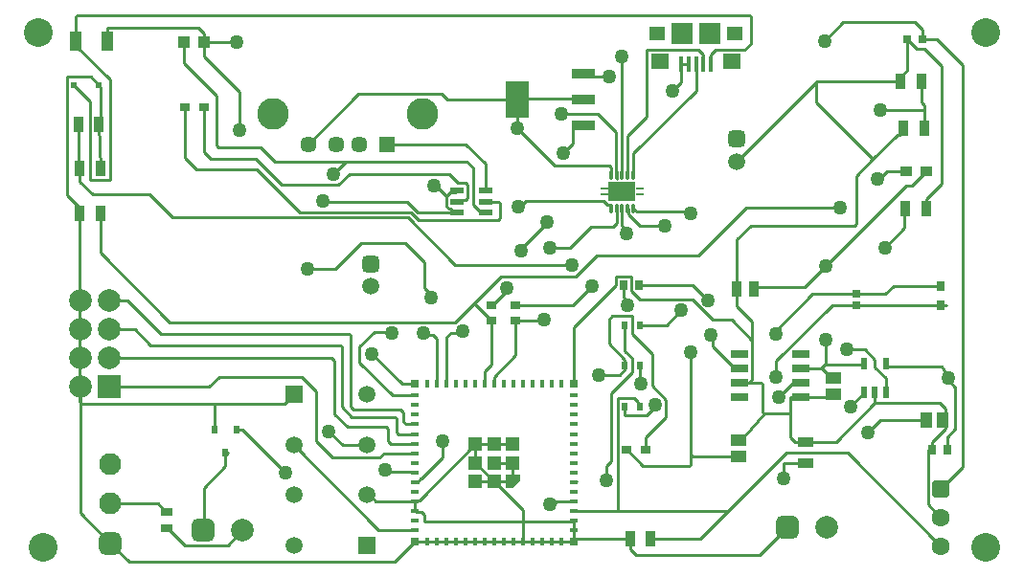
<source format=gbr>
G04*
G04 #@! TF.GenerationSoftware,Altium Limited,Altium Designer,25.8.1 (18)*
G04*
G04 Layer_Physical_Order=1*
G04 Layer_Color=255*
%FSLAX44Y44*%
%MOMM*%
G71*
G04*
G04 #@! TF.SameCoordinates,0AA87B99-36C4-491F-804F-3ED42A066D7D*
G04*
G04*
G04 #@! TF.FilePolarity,Positive*
G04*
G01*
G75*
%ADD14C,0.2540*%
%ADD21R,1.3500X1.1000*%
%ADD22R,0.9500X1.3500*%
%ADD23R,1.0000X0.9000*%
%ADD24R,0.5500X1.0500*%
%ADD25R,1.5260X0.6500*%
%ADD26R,2.1500X0.9500*%
%ADD28R,0.9500X1.4000*%
%ADD29R,0.6000X0.8000*%
%ADD30R,0.8000X0.4000*%
%ADD31R,0.6725X0.7154*%
%ADD32R,0.8000X0.9000*%
%ADD33R,1.0000X0.8000*%
%ADD34R,1.1000X1.3500*%
%ADD35R,0.6500X0.7000*%
%ADD36R,0.4000X1.3500*%
%ADD37R,0.6587X0.8121*%
%ADD38R,1.4000X0.9500*%
%ADD39R,2.1500X3.2500*%
%ADD40R,0.8000X0.8000*%
%ADD41R,1.2000X1.2000*%
%ADD42R,0.6000X0.7000*%
%ADD43R,0.4000X0.8000*%
%ADD44R,0.8121X0.6587*%
%ADD45R,1.2000X0.6000*%
%ADD46R,1.0587X1.0121*%
%ADD47R,1.9000X1.9000*%
%ADD48R,1.4500X1.3000*%
%ADD49R,1.6000X1.4000*%
%ADD50R,1.0000X1.8000*%
%ADD51R,0.9000X0.8000*%
%ADD63R,0.6000X0.6000*%
G04:AMPARAMS|DCode=87|XSize=0.28mm|YSize=0.85mm|CornerRadius=0.0504mm|HoleSize=0mm|Usage=FLASHONLY|Rotation=0.000|XOffset=0mm|YOffset=0mm|HoleType=Round|Shape=RoundedRectangle|*
%AMROUNDEDRECTD87*
21,1,0.2800,0.7492,0,0,0.0*
21,1,0.1792,0.8500,0,0,0.0*
1,1,0.1008,0.0896,-0.3746*
1,1,0.1008,-0.0896,-0.3746*
1,1,0.1008,-0.0896,0.3746*
1,1,0.1008,0.0896,0.3746*
%
%ADD87ROUNDEDRECTD87*%
%ADD88R,0.4000X0.4000*%
G04:AMPARAMS|DCode=89|XSize=1.65mm|YSize=2.4mm|CornerRadius=0.0495mm|HoleSize=0mm|Usage=FLASHONLY|Rotation=270.000|XOffset=0mm|YOffset=0mm|HoleType=Round|Shape=RoundedRectangle|*
%AMROUNDEDRECTD89*
21,1,1.6500,2.3010,0,0,270.0*
21,1,1.5510,2.4000,0,0,270.0*
1,1,0.0990,-1.1505,-0.7755*
1,1,0.0990,-1.1505,0.7755*
1,1,0.0990,1.1505,0.7755*
1,1,0.0990,1.1505,-0.7755*
%
%ADD89ROUNDEDRECTD89*%
%ADD90R,0.7000X0.2800*%
G04:AMPARAMS|DCode=91|XSize=1.5mm|YSize=1.5mm|CornerRadius=0.375mm|HoleSize=0mm|Usage=FLASHONLY|Rotation=90.000|XOffset=0mm|YOffset=0mm|HoleType=Round|Shape=RoundedRectangle|*
%AMROUNDEDRECTD91*
21,1,1.5000,0.7500,0,0,90.0*
21,1,0.7500,1.5000,0,0,90.0*
1,1,0.7500,0.3750,0.3750*
1,1,0.7500,0.3750,-0.3750*
1,1,0.7500,-0.3750,-0.3750*
1,1,0.7500,-0.3750,0.3750*
%
%ADD91ROUNDEDRECTD91*%
%ADD92C,1.6000*%
G04:AMPARAMS|DCode=93|XSize=2mm|YSize=2mm|CornerRadius=0.5mm|HoleSize=0mm|Usage=FLASHONLY|Rotation=0.000|XOffset=0mm|YOffset=0mm|HoleType=Round|Shape=RoundedRectangle|*
%AMROUNDEDRECTD93*
21,1,2.0000,1.0000,0,0,0.0*
21,1,1.0000,2.0000,0,0,0.0*
1,1,1.0000,0.5000,-0.5000*
1,1,1.0000,-0.5000,-0.5000*
1,1,1.0000,-0.5000,0.5000*
1,1,1.0000,0.5000,0.5000*
%
%ADD93ROUNDEDRECTD93*%
%ADD94C,2.0000*%
%ADD95R,2.0000X2.0000*%
%ADD96C,1.5000*%
%ADD97C,1.4500*%
%ADD98R,1.5000X1.5000*%
G04:AMPARAMS|DCode=99|XSize=1.95mm|YSize=1.95mm|CornerRadius=0.4875mm|HoleSize=0mm|Usage=FLASHONLY|Rotation=90.000|XOffset=0mm|YOffset=0mm|HoleType=Round|Shape=RoundedRectangle|*
%AMROUNDEDRECTD99*
21,1,1.9500,0.9750,0,0,90.0*
21,1,0.9750,1.9500,0,0,90.0*
1,1,0.9750,0.4875,0.4875*
1,1,0.9750,0.4875,-0.4875*
1,1,0.9750,-0.4875,-0.4875*
1,1,0.9750,-0.4875,0.4875*
%
%ADD99ROUNDEDRECTD99*%
%ADD100C,1.9500*%
%ADD101C,2.8000*%
%ADD102R,1.4500X1.4500*%
G04:AMPARAMS|DCode=103|XSize=1.6mm|YSize=1.6mm|CornerRadius=0.4mm|HoleSize=0mm|Usage=FLASHONLY|Rotation=270.000|XOffset=0mm|YOffset=0mm|HoleType=Round|Shape=RoundedRectangle|*
%AMROUNDEDRECTD103*
21,1,1.6000,0.8000,0,0,270.0*
21,1,0.8000,1.6000,0,0,270.0*
1,1,0.8000,-0.4000,-0.4000*
1,1,0.8000,-0.4000,0.4000*
1,1,0.8000,0.4000,0.4000*
1,1,0.8000,0.4000,-0.4000*
%
%ADD103ROUNDEDRECTD103*%
%ADD104C,1.2700*%
%ADD105C,2.5400*%
G36*
X968070Y340030D02*
X980070D01*
Y334030D01*
X974070Y328030D01*
X968070D01*
Y340030D01*
D02*
G37*
D14*
X1356360Y381000D02*
Y398101D01*
X1027570Y308030D02*
X1066546D01*
X1164518D01*
X1066546D02*
Y407416D01*
X1164518Y308030D02*
X1216152Y359664D01*
X1139698Y283210D02*
X1164518Y308030D01*
X1327150Y595630D02*
X1339850Y608330D01*
X1321562Y595630D02*
X1327150D01*
X1250442Y459232D02*
X1250950Y459740D01*
X1250442Y524510D02*
X1321562Y595630D01*
X1232154Y506222D02*
X1250442Y524510D01*
X1187210Y506222D02*
X1232154D01*
X1187210Y504190D02*
Y506222D01*
X1284630Y437134D02*
Y438450D01*
X1251930Y437134D02*
X1284630D01*
X1269746Y359664D02*
X1352550Y276860D01*
X1256050Y425480D02*
X1257300D01*
X1216152Y359664D02*
X1269746D01*
X1250442Y438622D02*
X1251930Y437134D01*
X1250442Y438622D02*
Y459232D01*
X1246160Y434340D02*
X1250442Y438622D01*
X1228540Y434340D02*
X1247190D01*
X1256050Y425480D01*
X1130300Y572770D02*
X1131570Y571500D01*
X1083640Y572770D02*
X1130300D01*
X1038790Y692150D02*
X1059180D01*
X1036110Y694830D02*
X1038790Y692150D01*
X1080610Y575800D02*
X1083640Y572770D01*
X1066546Y407416D02*
X1081024D01*
X1096010Y283210D02*
X1139698D01*
X1084270Y401780D02*
X1086000Y400050D01*
X1084270Y401780D02*
Y404170D01*
X1081024Y407416D02*
X1084270Y404170D01*
X1256216Y490220D02*
X1357376D01*
X1206500Y467360D02*
X1238931Y499791D01*
X1277620D02*
X1303466D01*
X1238931D02*
X1277620D01*
X1303466D02*
X1310894Y507220D01*
X1352550D01*
X1150870Y453390D02*
X1169920Y434340D01*
X1174300D01*
X1150870Y453390D02*
Y462030D01*
X1149350Y463550D02*
X1150870Y462030D01*
X1206500Y464820D02*
Y467360D01*
X1086000Y472440D02*
X1109758D01*
X1122680Y485362D01*
X1206500Y440504D02*
X1256216Y490220D01*
X1303630Y435356D02*
X1352641D01*
X1303630D02*
Y438450D01*
X1352641Y435356D02*
X1354438Y433560D01*
X1285494Y450596D02*
X1294130Y441960D01*
X1269492Y450596D02*
X1285494D01*
X1354438Y432662D02*
X1358900Y428199D01*
X1354438Y432662D02*
Y433560D01*
X1358900Y423782D02*
Y428199D01*
X1294130Y434950D02*
Y441960D01*
X1303630Y412450D02*
Y425450D01*
X1294130Y434950D02*
X1303630Y425450D01*
X1172210Y488950D02*
X1185418Y475742D01*
X1172210Y504190D02*
Y548640D01*
Y488950D02*
Y504190D01*
Y548640D02*
X1184148Y560578D01*
X1254760Y408940D02*
X1257300Y411480D01*
X1228540Y408940D02*
X1254760D01*
X591100Y404078D02*
Y494030D01*
X591820Y305920D02*
Y417830D01*
X865858Y367530D02*
X887570D01*
X863600Y369788D02*
X865858Y367530D01*
X863600Y369788D02*
Y380782D01*
X862112Y382270D02*
X863600Y380782D01*
X828040Y382270D02*
X862112D01*
X816610Y393700D02*
X828040Y382270D01*
X816610Y393700D02*
Y440690D01*
X814070Y443230D02*
X816610Y440690D01*
X617220Y443230D02*
X814070D01*
X823870Y366120D02*
X845300D01*
X811530Y378460D02*
X823870Y366120D01*
X800128Y369542D02*
Y413992D01*
X814320Y355350D02*
X856178D01*
X800128Y369542D02*
X814320Y355350D01*
X887460Y375920D02*
X887570Y376030D01*
X872708Y375920D02*
X887460D01*
X871220Y377408D02*
X872708Y375920D01*
X871220Y377408D02*
Y389672D01*
X869732Y391160D02*
X871220Y389672D01*
X831850Y391160D02*
X869732D01*
X822960Y400050D02*
X831850Y391160D01*
X822960Y400050D02*
Y453172D01*
X821472Y454660D02*
X822960Y453172D01*
X879338Y384530D02*
X887570D01*
X877570Y386298D02*
Y394970D01*
Y386298D02*
X879338Y384530D01*
X833131Y397510D02*
X875030D01*
X830580Y400061D02*
X833131Y397510D01*
X830580Y400061D02*
Y463332D01*
X662940Y464820D02*
X829092D01*
X830580Y463332D01*
X875030Y397510D02*
X877570Y394970D01*
X654050Y454660D02*
X821472D01*
X640080Y468630D02*
X654050Y454660D01*
X617220Y468630D02*
X640080D01*
X633730Y494030D02*
X662196Y465564D01*
X662940Y464820D01*
X617220Y494030D02*
X633730D01*
X609600Y536194D02*
X670814Y474980D01*
X923290D01*
X939825Y491515D01*
X609600Y536194D02*
Y571500D01*
X787400Y426720D02*
X800128Y413992D01*
X714412Y426720D02*
X787400D01*
X705522Y417830D02*
X714412Y426720D01*
X859857Y359030D02*
X887570D01*
X856178Y355350D02*
X859857Y359030D01*
X617220Y417830D02*
X705522D01*
X591100Y404078D02*
X592588Y402590D01*
X895831Y298450D02*
Y304800D01*
X709930Y402590D02*
X771770D01*
X591100Y494750D02*
X591820Y494030D01*
X895831Y298450D02*
X983070D01*
X887017Y307477D02*
X887570Y308030D01*
X983070Y298450D02*
X1027570D01*
Y280530D02*
Y291030D01*
X893240Y307391D02*
X895831Y304800D01*
X888208Y307391D02*
X893240D01*
X771770Y402590D02*
X780300Y411120D01*
X838200Y439420D02*
X867590Y410030D01*
X838200Y453390D02*
X851375Y466565D01*
X838200Y439420D02*
Y453390D01*
X867590Y410030D02*
X887570D01*
X849630Y447040D02*
X876140Y420530D01*
X851375Y466565D02*
X866205D01*
X709930Y402590D02*
X710590Y401930D01*
Y379570D02*
Y401930D01*
X592588Y402590D02*
X709930D01*
X735186Y379570D02*
X742950Y371806D01*
X729590Y379570D02*
X735186D01*
X742950Y371806D02*
X742950D01*
X772926Y341830D01*
X720090Y356870D02*
X722630Y359410D01*
X720090Y347472D02*
Y356870D01*
X701040Y328422D02*
X720090Y347472D01*
X668020Y292340D02*
X669020D01*
X683800Y277560D01*
X722060D01*
X735330Y290830D01*
X667020Y307340D02*
X668020D01*
X660110Y314250D02*
X667020Y307340D01*
X618490Y314250D02*
X660110D01*
X591100Y494750D02*
Y576326D01*
X618490Y279250D02*
X634850Y262890D01*
X869930D02*
X887570Y280530D01*
X634850Y262890D02*
X869930D01*
X845300Y322220D02*
X847328D01*
X853018Y316530D01*
X887570D01*
X780300Y366120D02*
X855391Y291030D01*
X591820Y305920D02*
X618490Y279250D01*
X1341120Y313690D02*
Y361950D01*
X1027570Y291030D02*
Y298450D01*
X978110Y672986D02*
X1034954D01*
X1027570Y298450D02*
Y299530D01*
X1150794Y476853D02*
X1167289D01*
X1086168Y494982D02*
X1132665D01*
X1167289Y476853D02*
X1185418Y458724D01*
X1132665Y494982D02*
X1150794Y476853D01*
X1078484Y502666D02*
X1086168Y494982D01*
X1277366Y604266D02*
X1292225Y619125D01*
X1275878Y560578D02*
X1277366Y562066D01*
Y604266D01*
X1065276Y515331D02*
X1078484D01*
X1027570Y470040D02*
X1065276Y507746D01*
Y515331D01*
X1194864Y395267D02*
Y420152D01*
X1182878Y421640D02*
X1193376D01*
X1194864Y420152D01*
Y395267D02*
X1195975Y394155D01*
X1219390Y408940D02*
X1228540D01*
X1219390Y394155D02*
Y408940D01*
X1178960Y374171D02*
X1195975Y394155D01*
X1219390D01*
X1175741Y370390D02*
X1178960Y374171D01*
X1027570Y283210D02*
X1077510D01*
X1259969Y369020D02*
X1294130Y403181D01*
X1233170Y369020D02*
X1259969D01*
X1294130Y403181D02*
X1351280D01*
X1324520Y722940D02*
X1324770D01*
X1322540Y724920D02*
X1324520Y722940D01*
X1324770D02*
X1330668Y717042D01*
X1322540Y724920D02*
Y725170D01*
X1337747Y717042D02*
X1352804Y701985D01*
Y597591D02*
Y701985D01*
X1322540Y697700D02*
Y724920D01*
X1330668Y717042D02*
X1337747D01*
X1316990Y692150D02*
X1322540Y697700D01*
X1316990Y688340D02*
Y692150D01*
X1242060Y687070D02*
X1243330Y688340D01*
X1316990D01*
X1316050Y640700D02*
X1319530Y644180D01*
Y646430D01*
X1313800Y640700D02*
X1316050D01*
X1339300Y584087D02*
X1352804Y597591D01*
X1292225Y619125D02*
X1313800Y640700D01*
X1339300Y575310D02*
Y584087D01*
X1242060Y669290D02*
X1292225Y619125D01*
X1242060Y669290D02*
Y687070D01*
X1172210Y617220D02*
X1242060Y687070D01*
X1184148Y560578D02*
X1275878D01*
X1185418Y458724D02*
Y475742D01*
X1122950Y687340D02*
Y703500D01*
X1129450D01*
X1115060Y679450D02*
X1122950Y687340D01*
X1034954Y672986D02*
X1036110Y671830D01*
X1060610Y605300D02*
Y611922D01*
X1059122Y613410D02*
X1060610Y611922D01*
Y602450D02*
Y605300D01*
X1060480Y602320D02*
X1060610Y602450D01*
X1078484Y502666D02*
Y515331D01*
X1351280Y403181D02*
X1356360Y398101D01*
X1294130Y403181D02*
Y412450D01*
X1219390Y373380D02*
Y394155D01*
X1344513Y369153D02*
X1356360Y381000D01*
X1344513Y361950D02*
Y369153D01*
X1341120Y361950D02*
X1344513D01*
X1341120Y313690D02*
X1352550Y302260D01*
X1219390Y373380D02*
X1223750Y369020D01*
X1233170D01*
X1192530Y269240D02*
X1216660Y293370D01*
X1182878Y421640D02*
X1185418Y424180D01*
Y458724D01*
X1174300Y421640D02*
X1182878D01*
X1027570Y420530D02*
Y470040D01*
X1077510Y274320D02*
X1082590Y269240D01*
X1192530D01*
X1077510Y274320D02*
Y283210D01*
X978110Y671830D02*
Y672986D01*
X916089Y671830D02*
X978110D01*
Y646640D02*
X1011340Y613410D01*
X1059122D01*
X978110Y646640D02*
Y671830D01*
X911098Y676821D02*
X916089Y671830D01*
X837411Y676821D02*
X911098D01*
X957570Y367030D02*
X974070D01*
X941070D02*
X957570D01*
Y350530D02*
X974070D01*
X876140Y420530D02*
X887570D01*
X608330Y650240D02*
X609600Y651510D01*
X608330Y684530D02*
X609600Y683260D01*
Y651510D02*
Y683260D01*
X793040Y632450D02*
X837411Y676821D01*
X608330Y650240D02*
X609600Y610870D01*
X600961Y691899D02*
X608330Y684530D01*
X579882Y587544D02*
Y691899D01*
X600961D01*
X579882Y587544D02*
X591100Y576326D01*
X983070Y298450D02*
Y308530D01*
X974070Y334030D02*
Y350530D01*
X983070Y280530D02*
Y298450D01*
X957570Y334030D02*
X974070D01*
X941070Y350530D02*
X957570Y334030D01*
X941070D02*
X957570D01*
X983070Y308530D01*
X1008570Y280530D02*
X1017070D01*
X1027570D01*
X991570D02*
X1000070D01*
X1008570D01*
X966070D02*
X974570D01*
X983070D01*
X949070D02*
X957570D01*
X966070D01*
X983070D02*
X991570D01*
X941070Y350530D02*
Y367030D01*
X888300Y317260D02*
X891300D01*
X941070Y367030D01*
X887570Y308030D02*
Y316530D01*
X888300Y317260D01*
X932070Y280530D02*
X940570D01*
X949070D01*
X915070D02*
X923570D01*
X932070D01*
X898070D02*
X906570D01*
X915070D01*
X887570D02*
X898070D01*
X911860Y355695D02*
Y369570D01*
X889570Y333530D02*
X892800Y336760D01*
X892924D01*
X911860Y355695D01*
X887570Y333530D02*
X889570D01*
X862470Y342760D02*
X886840D01*
X861060Y344170D02*
X862470Y342760D01*
X886840D02*
X887570Y342030D01*
X1097026Y418449D02*
X1109440Y406035D01*
X1099820Y400259D02*
Y402050D01*
X1092245Y392684D02*
X1099820Y400259D01*
X1091420Y372908D02*
X1109440Y390927D01*
X1097026Y418449D02*
Y447040D01*
X1109440Y390927D02*
Y406035D01*
X1073000Y392684D02*
X1092245D01*
X1000760Y476250D02*
X1002030Y477520D01*
X976630Y476250D02*
X1000760D01*
X976630Y475017D02*
Y476250D01*
Y445780D02*
Y475017D01*
X957570Y426720D02*
X976630Y445780D01*
X957570Y420530D02*
Y426720D01*
X949070Y431622D02*
X955090Y437642D01*
X949070Y420530D02*
Y431622D01*
X955090Y437642D02*
Y476250D01*
X701040Y291234D02*
Y328422D01*
X1009859Y313690D02*
X1012699Y316530D01*
X1027570D01*
X1007110Y313690D02*
X1009859D01*
X652780Y588010D02*
X673100Y567690D01*
X881380D02*
X923290Y525780D01*
X673100Y567690D02*
X881380D01*
X923290Y525780D02*
X1026160D01*
X602530Y588010D02*
X652780D01*
X591100Y599440D02*
X602530Y588010D01*
X591100Y599440D02*
Y610870D01*
X589830Y612140D02*
X591100Y610870D01*
X589830Y612140D02*
Y650240D01*
X1085414Y508000D02*
X1133252D01*
X1146810Y494442D01*
X1180338Y576580D02*
X1263650D01*
X1137920Y534162D02*
X1180338Y576580D01*
X895946Y505073D02*
Y527724D01*
X878840Y544830D02*
X895946Y527724D01*
X840219Y544830D02*
X878840D01*
X817359Y521970D02*
X840219Y544830D01*
X919140Y465750D02*
X927581D01*
X897294Y463416D02*
X903570D01*
X895350Y465360D02*
X897294Y463416D01*
X927581Y465750D02*
X929300Y467468D01*
X866205Y466565D02*
X867410Y465360D01*
X915070Y461680D02*
X919140Y465750D01*
X903570Y463416D02*
X906570Y460416D01*
Y420530D02*
Y460416D01*
X915070Y420530D02*
Y461680D01*
X806450Y581850D02*
X806640Y581660D01*
X747522Y610362D02*
X785654Y572230D01*
X883698D01*
X890523Y565405D01*
X806640Y581660D02*
X880688D01*
X981710Y539750D02*
X1004570Y562610D01*
X981710Y538480D02*
Y539750D01*
X1007110Y541020D02*
X1024890D01*
X1004570Y562610D02*
Y563880D01*
X1130082Y347980D02*
X1131570Y349468D01*
X1088890Y347980D02*
X1130082D01*
X1074920Y361950D02*
X1088890Y347980D01*
X1074420Y361950D02*
X1074920D01*
X1131570Y349468D02*
Y448310D01*
X1133058Y356220D02*
X1173480D01*
X1131570Y357708D02*
X1133058Y356220D01*
X1075690Y490220D02*
Y492969D01*
X1071880Y496779D02*
X1075690Y492969D01*
X1071880Y496779D02*
Y508000D01*
X1079530Y464535D02*
X1097026Y447040D01*
X1079530Y464535D02*
Y480253D01*
X1062038Y480346D02*
X1079437D01*
X1079530Y480253D01*
X1059212Y455748D02*
Y477520D01*
X1062038Y480346D01*
X1221994Y421640D02*
X1228540D01*
X1209294Y408940D02*
X1221994Y421640D01*
X1206500Y426720D02*
Y440504D01*
X1060640Y351634D02*
Y412178D01*
X1056640Y335280D02*
Y347634D01*
X1060640Y351634D01*
Y412178D02*
X1079500Y431038D01*
X1028300Y334260D02*
X1030300D01*
X1027570Y333530D02*
X1028300Y334260D01*
X1299210Y388620D02*
X1342359D01*
X1287780Y377190D02*
X1299210Y388620D01*
X1272230Y400050D02*
X1284630Y412450D01*
X938571Y579225D02*
X943905Y573890D01*
X938571Y579225D02*
Y612099D01*
X945030Y573890D02*
X946760Y572160D01*
X949760D01*
X943905Y573890D02*
X945030D01*
X933450Y617220D02*
X938571Y612099D01*
X901700Y496570D02*
Y499319D01*
X895946Y505073D02*
X901700Y499319D01*
X751046Y629666D02*
X763492Y617220D01*
X826770D01*
X713958Y629666D02*
X751046D01*
X826770Y617220D02*
X933450D01*
X815340Y605790D02*
X826770Y617220D01*
X683506Y704350D02*
Y722630D01*
Y704350D02*
X712470Y675386D01*
Y631154D02*
X713958Y629666D01*
X712470Y631154D02*
Y675386D01*
X792480Y521970D02*
X817359D01*
X1075740Y570691D02*
X1086361Y560070D01*
X1108710D01*
X1075610Y575800D02*
X1075740Y575670D01*
Y570691D02*
Y575670D01*
X1338030Y662940D02*
Y667258D01*
X1299210Y662940D02*
X1338030D01*
Y646430D02*
Y662940D01*
X1335490Y669798D02*
X1338030Y667258D01*
X1335490Y669798D02*
Y688340D01*
X1304688Y608330D02*
X1321850D01*
X1298338Y601980D02*
X1304688Y608330D01*
X1296670Y601980D02*
X1298338D01*
X855391Y291030D02*
X887570D01*
X1320260Y558260D02*
Y574770D01*
X1303020Y541020D02*
X1320260Y558260D01*
Y574770D02*
X1320800Y575310D01*
X963930Y515620D02*
X1029605D01*
X1048147Y534162D01*
X939825Y491515D02*
X963930Y515620D01*
X1048147Y534162D02*
X1137920D01*
X939825Y491515D02*
X955090Y476250D01*
X1027528Y342072D02*
X1027570Y342030D01*
X978884Y577310D02*
X980372D01*
X985452Y582390D02*
X1054020D01*
X980372Y577310D02*
X985452Y582390D01*
X1057779Y578632D02*
X1060480D01*
X1054020Y582390D02*
X1057779Y578632D01*
X1060610Y575800D02*
Y578502D01*
X1060480Y578632D02*
X1060610Y578502D01*
X1135950Y679704D02*
Y703500D01*
X1080610Y605300D02*
Y624364D01*
X1135950Y679704D01*
X1070610Y560279D02*
Y575800D01*
X1074420Y553720D02*
Y556469D01*
X1070610Y560279D02*
X1074420Y556469D01*
X969010Y502937D02*
Y505460D01*
X955857Y489784D02*
X969010Y502937D01*
X955090Y489784D02*
X955857D01*
X1137920Y716026D02*
X1142450Y711496D01*
Y703500D02*
Y711496D01*
X1092454Y716026D02*
X1137920D01*
X1092454Y656924D02*
Y716026D01*
X1075610Y640080D02*
X1092454Y656924D01*
X1075610Y605300D02*
Y640080D01*
Y603250D02*
Y605300D01*
X1065280Y603446D02*
X1065610Y603115D01*
X1048640Y659551D02*
X1065280Y642911D01*
X1065610Y602070D02*
Y603115D01*
X1065280Y603446D02*
Y642911D01*
X1017270Y659130D02*
X1017691Y659551D01*
X1048640D01*
X976630Y489784D02*
X1026994D01*
X1043940Y506730D01*
X1024890Y541020D02*
X1043260Y559390D01*
X1062310D01*
X1065610Y562690D02*
Y574040D01*
X1062310Y559390D02*
X1065610Y562690D01*
X1070610Y605300D02*
Y709930D01*
X1086560Y420930D02*
X1087120Y420370D01*
X1086560Y420930D02*
Y436320D01*
X1086000Y436880D02*
X1086560Y436320D01*
X1079500Y431038D02*
Y443080D01*
X1073000Y449580D02*
X1079500Y443080D01*
X1073000Y392684D02*
Y400050D01*
X1091420Y361950D02*
Y372908D01*
X1371600Y346710D02*
Y702310D01*
X1352550Y327660D02*
X1371600Y346710D01*
X1348740Y725170D02*
X1371600Y702310D01*
X746760Y619252D02*
X769842Y596170D01*
X819761D02*
X829380Y605790D01*
X769842Y596170D02*
X819761D01*
X829380Y605790D02*
X917956D01*
X925322Y598424D02*
X932543D01*
X934031Y584674D02*
Y596936D01*
X917956Y605790D02*
X925322Y598424D01*
X932543D02*
X934031Y596936D01*
X706882Y619252D02*
X746760D01*
X693928Y610362D02*
X747522D01*
X1018540Y624840D02*
X1026630Y632930D01*
Y645350D01*
X890523Y565405D02*
X961172D01*
Y581660D02*
X962660Y580172D01*
Y566893D02*
Y580172D01*
X961172Y565405D02*
X962660Y566893D01*
X949760Y581660D02*
X961172D01*
X904240Y595630D02*
X905875D01*
X915490Y586014D01*
X1026630Y645350D02*
X1030110Y648830D01*
X1036110D01*
X890189Y572160D02*
X921760D01*
X880688Y581660D02*
X890189Y572160D01*
X1336040Y725170D02*
X1348740D01*
X1336040D02*
Y733842D01*
X1365250Y380329D02*
Y417432D01*
X1358900Y423782D02*
X1365250Y417432D01*
X1358047Y373126D02*
X1365250Y380329D01*
X1329472Y740410D02*
X1336040Y733842D01*
X1266190Y740410D02*
X1329472D01*
X1249680Y723900D02*
X1266190Y740410D01*
X921760Y572160D02*
X924760D01*
X932543Y583186D02*
X934031Y584674D01*
X926286Y583186D02*
X932543D01*
X924760Y581660D02*
X926286Y583186D01*
X732790Y645160D02*
Y678688D01*
X701040Y710438D02*
X732790Y678688D01*
X684040Y620250D02*
Y665480D01*
Y620250D02*
X693928Y610362D01*
X949669Y591160D02*
Y614971D01*
X932190Y632450D02*
X949669Y614971D01*
X863040Y632450D02*
X932190D01*
X918906Y589430D02*
X923030D01*
X918530Y575390D02*
X921760Y572160D01*
X917406Y575390D02*
X918530D01*
X915490Y577306D02*
Y586014D01*
Y577306D02*
X917406Y575390D01*
X923030Y589430D02*
X924760Y591160D01*
X915490Y586014D02*
X918906Y589430D01*
X701040Y722630D02*
X730250D01*
X600310Y641886D02*
Y658595D01*
Y641886D02*
X600456Y641740D01*
X586330Y684530D02*
X600456Y670404D01*
Y658740D02*
Y670404D01*
X600310Y658595D02*
X600456Y658740D01*
Y600456D02*
Y641740D01*
X589438Y746760D02*
X1182660D01*
X587950Y745272D02*
X589438Y746760D01*
X587950Y723900D02*
Y745272D01*
X1182660Y746760D02*
X1184148Y745272D01*
Y721360D02*
Y745272D01*
X701040Y710438D02*
Y722630D01*
X1358047Y361950D02*
Y373126D01*
X600456Y600456D02*
X617728D01*
Y689610D01*
X587950Y719388D02*
X617728Y689610D01*
X587950Y719388D02*
Y723900D01*
X1178814Y716026D02*
X1184148Y721360D01*
X1153160Y716026D02*
X1178814D01*
X1148950Y711816D02*
X1153160Y716026D01*
X1148950Y703500D02*
Y711816D01*
X701040Y722630D02*
Y729996D01*
X695960Y735076D02*
X701040Y729996D01*
X615950Y735076D02*
X695960D01*
X615950Y723900D02*
Y735076D01*
X1213358Y336804D02*
Y350266D01*
X1213612Y350520D01*
X1233170D01*
X701040Y625094D02*
Y665480D01*
Y625094D02*
X706882Y619252D01*
X1073000Y449580D02*
Y472440D01*
Y432784D02*
Y436880D01*
X1068460Y428244D02*
X1073000Y432784D01*
X1050290Y428244D02*
X1068460D01*
X1073000Y436880D02*
Y441960D01*
X1059212Y455748D02*
X1073000Y441960D01*
D21*
X1257300Y425480D02*
D03*
Y411480D02*
D03*
X1173480Y370220D02*
D03*
Y356220D02*
D03*
D22*
X1187210Y504190D02*
D03*
X1172210D02*
D03*
D23*
X1339850Y608330D02*
D03*
X1321850D02*
D03*
D24*
X1284630Y438450D02*
D03*
X1303630D02*
D03*
Y412450D02*
D03*
X1284630D02*
D03*
X1294130D02*
D03*
D25*
X1228540Y434340D02*
D03*
X1174300D02*
D03*
X1228540Y408940D02*
D03*
X1174300Y421640D02*
D03*
Y447040D02*
D03*
Y408940D02*
D03*
X1228540Y447040D02*
D03*
Y421640D02*
D03*
D26*
X1036110Y694830D02*
D03*
Y671830D02*
D03*
Y648830D02*
D03*
D28*
X1096010Y283210D02*
D03*
X1316990Y688340D02*
D03*
X1319530Y646430D02*
D03*
X1339300Y575310D02*
D03*
X1077510Y283210D02*
D03*
X609600Y610870D02*
D03*
X608330Y650240D02*
D03*
X591100Y571500D02*
D03*
Y610870D02*
D03*
X589830Y650240D02*
D03*
X1335490Y688340D02*
D03*
X1338030Y646430D02*
D03*
X1320800Y575310D02*
D03*
X609600Y571500D02*
D03*
D29*
X1086000Y400050D02*
D03*
Y472440D02*
D03*
X1073000Y400050D02*
D03*
Y472440D02*
D03*
Y436880D02*
D03*
X1086000D02*
D03*
D30*
X1027570Y308030D02*
D03*
X887570Y384530D02*
D03*
Y367530D02*
D03*
Y376030D02*
D03*
Y359030D02*
D03*
X1027570Y299530D02*
D03*
Y291030D02*
D03*
X887570Y316530D02*
D03*
Y308030D02*
D03*
Y291030D02*
D03*
Y299530D02*
D03*
Y325030D02*
D03*
Y342030D02*
D03*
Y350530D02*
D03*
Y393030D02*
D03*
Y401530D02*
D03*
Y410030D02*
D03*
X1027570D02*
D03*
Y401530D02*
D03*
Y393030D02*
D03*
Y384530D02*
D03*
Y376030D02*
D03*
Y367530D02*
D03*
Y359030D02*
D03*
Y350530D02*
D03*
Y342030D02*
D03*
Y333530D02*
D03*
Y325030D02*
D03*
Y316530D02*
D03*
X887570Y333530D02*
D03*
D31*
X1277620Y499791D02*
D03*
Y490220D02*
D03*
D32*
X1352550Y507220D02*
D03*
Y490220D02*
D03*
D33*
X668020Y292340D02*
D03*
Y307340D02*
D03*
D34*
X1353820Y388620D02*
D03*
X1339820D02*
D03*
D35*
X1322540Y725170D02*
D03*
X1336040D02*
D03*
D36*
X1129450Y703500D02*
D03*
X1122950D02*
D03*
X1135950D02*
D03*
X1142450D02*
D03*
X1148950D02*
D03*
D37*
X1344513Y361950D02*
D03*
X1358047D02*
D03*
X1085414Y508000D02*
D03*
X1071880D02*
D03*
D38*
X1233170Y369020D02*
D03*
Y350520D02*
D03*
D39*
X978110Y671830D02*
D03*
D40*
X1027570Y420530D02*
D03*
X887570D02*
D03*
X1027570Y280530D02*
D03*
X887570D02*
D03*
D41*
X974070Y367030D02*
D03*
X941070D02*
D03*
X957570D02*
D03*
X974070Y350530D02*
D03*
X957570D02*
D03*
Y334030D02*
D03*
X941070Y350530D02*
D03*
Y334030D02*
D03*
D42*
X710590Y379570D02*
D03*
X729590D02*
D03*
X720090Y359570D02*
D03*
D43*
X966070Y280530D02*
D03*
X957570D02*
D03*
X1017070D02*
D03*
X1000070D02*
D03*
X1008570D02*
D03*
X991570D02*
D03*
X974570D02*
D03*
X983070D02*
D03*
X940570D02*
D03*
X949070D02*
D03*
X923570D02*
D03*
X932070D02*
D03*
X906570D02*
D03*
X915070D02*
D03*
X898070D02*
D03*
Y420530D02*
D03*
X906570D02*
D03*
X915070D02*
D03*
X923570D02*
D03*
X932070D02*
D03*
X940570D02*
D03*
X949070D02*
D03*
X957570D02*
D03*
X966070D02*
D03*
X974570D02*
D03*
X983070D02*
D03*
X991570D02*
D03*
X1000070D02*
D03*
X1008570D02*
D03*
X1017070D02*
D03*
D44*
X976630Y476250D02*
D03*
X955090Y489784D02*
D03*
Y476250D02*
D03*
X976630Y489784D02*
D03*
D45*
X949760Y572160D02*
D03*
Y591160D02*
D03*
Y581660D02*
D03*
X924760D02*
D03*
Y572160D02*
D03*
Y591160D02*
D03*
D46*
X683506Y722630D02*
D03*
X701040D02*
D03*
D47*
X1123950Y730250D02*
D03*
X1147950D02*
D03*
D48*
X1101700D02*
D03*
X1170200D02*
D03*
D49*
X1103950Y705750D02*
D03*
X1167950D02*
D03*
D50*
X587950Y723900D02*
D03*
X615950D02*
D03*
D51*
X701040Y665480D02*
D03*
X684040D02*
D03*
X1074420Y361950D02*
D03*
X1091420D02*
D03*
D63*
X608330Y684530D02*
D03*
X586330D02*
D03*
D87*
X1080610Y575800D02*
D03*
X1060610Y605300D02*
D03*
X1075610Y575800D02*
D03*
X1060610D02*
D03*
X1080610Y605300D02*
D03*
X1075610D02*
D03*
X1070610D02*
D03*
X1065610D02*
D03*
Y575800D02*
D03*
X1070610D02*
D03*
D88*
X974070Y334030D02*
D03*
D89*
X1070610Y590550D02*
D03*
D90*
X1086109Y593091D02*
D03*
Y588090D02*
D03*
X1055109D02*
D03*
Y593091D02*
D03*
D91*
X1172210Y637220D02*
D03*
X848360Y526730D02*
D03*
D92*
X1352550Y276860D02*
D03*
Y302260D02*
D03*
D93*
X700330Y290830D02*
D03*
X1216660Y293370D02*
D03*
D94*
X735330Y290830D02*
D03*
X591820Y494030D02*
D03*
Y468630D02*
D03*
Y443230D02*
D03*
Y417830D02*
D03*
X617220Y494030D02*
D03*
Y468630D02*
D03*
Y443230D02*
D03*
X1251660Y293370D02*
D03*
D95*
X617220Y417830D02*
D03*
D96*
X1172210Y617220D02*
D03*
X848360Y506730D02*
D03*
X845300Y322220D02*
D03*
X780300Y366120D02*
D03*
X845300D02*
D03*
Y411120D02*
D03*
X780300Y277220D02*
D03*
Y322220D02*
D03*
D97*
X793040Y632450D02*
D03*
X838040D02*
D03*
X818040D02*
D03*
D98*
X780300Y411120D02*
D03*
X845300Y277220D02*
D03*
D99*
X618490Y279250D02*
D03*
D100*
Y314250D02*
D03*
Y349250D02*
D03*
D101*
X762340Y659550D02*
D03*
X893740D02*
D03*
D102*
X863040Y632450D02*
D03*
D103*
X1352550Y327660D02*
D03*
D104*
X1250442Y524510D02*
D03*
X1250950Y459740D02*
D03*
X1131570Y571500D02*
D03*
X1059180Y692150D02*
D03*
X1149350Y463550D02*
D03*
X1206500Y464820D02*
D03*
X1122680Y485362D02*
D03*
X1269492Y450596D02*
D03*
X811530Y378460D02*
D03*
X849630Y447040D02*
D03*
X1115060Y679450D02*
D03*
X978110Y646640D02*
D03*
X911860Y369570D02*
D03*
X861060Y344170D02*
D03*
X1099820Y402050D02*
D03*
X1002030Y477520D02*
D03*
X1007110Y313690D02*
D03*
X1026160Y525780D02*
D03*
X1146810Y494442D02*
D03*
X1263650Y576580D02*
D03*
X867410Y465360D02*
D03*
X929300Y467468D02*
D03*
X895350Y465360D02*
D03*
X806450Y581850D02*
D03*
X981710Y538480D02*
D03*
X1007110Y541020D02*
D03*
X1131570Y448310D02*
D03*
X1075690Y490220D02*
D03*
X1206500Y426720D02*
D03*
X1209294Y408940D02*
D03*
X1287780Y377190D02*
D03*
X1272230Y400050D02*
D03*
X901700Y496570D02*
D03*
X815340Y605790D02*
D03*
X792480Y521970D02*
D03*
X772926Y341830D02*
D03*
X1108710Y560070D02*
D03*
X1299210Y662940D02*
D03*
X1296670Y601980D02*
D03*
X1303020Y541020D02*
D03*
X978884Y577310D02*
D03*
X1004570Y563880D02*
D03*
X1074420Y553720D02*
D03*
X969010Y505460D02*
D03*
X1017270Y659130D02*
D03*
X1043940Y506730D02*
D03*
X1070610Y709930D02*
D03*
X1056640Y335280D02*
D03*
X1087120Y420370D02*
D03*
X1018540Y624840D02*
D03*
X904240Y595630D02*
D03*
X1358900Y425450D02*
D03*
X1249680Y723900D02*
D03*
X732790Y645160D02*
D03*
X730250Y722630D02*
D03*
X1213358Y336804D02*
D03*
X1050290Y428244D02*
D03*
D105*
X1391920Y731520D02*
D03*
X554990D02*
D03*
X1391920Y275590D02*
D03*
X558800D02*
D03*
M02*

</source>
